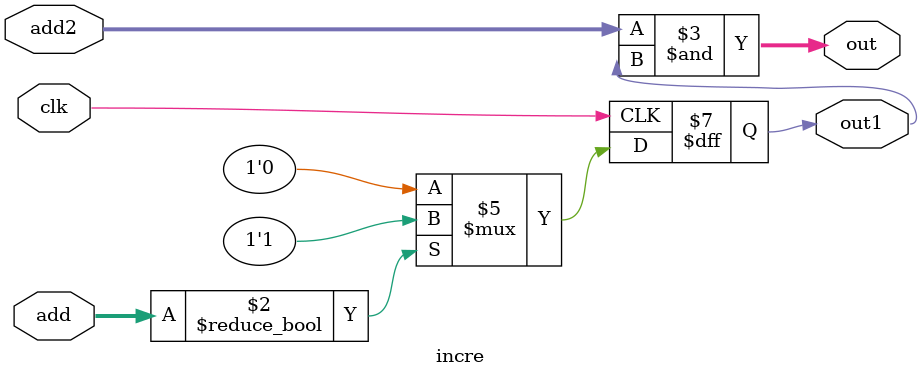
<source format=v>

`timescale 1us/1us
module incre (
  input clk,
  input [3:0] add,
  input [3:0] add2,
  output reg[3:0] out,
  output reg out1
);

always @(posedge clk) begin
	if( add !=0 ) begin
		out1 <= 1;
	end else begin
		out1 <= 0;
	end
end

assign out = add2 & out1;

endmodule

</source>
